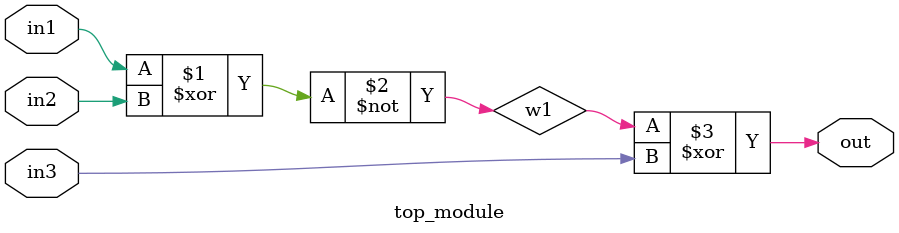
<source format=v>
module top_module (
    input in1,
    input in2,
    input in3,
    output out);
    
    wire w1;
    //assign w1 = ~(in1 ^ in2);
    //assign out = w1 ^ in3;
    xnor(w1,in1,in2);
    xor(out,w1,in3);

endmodule

</source>
